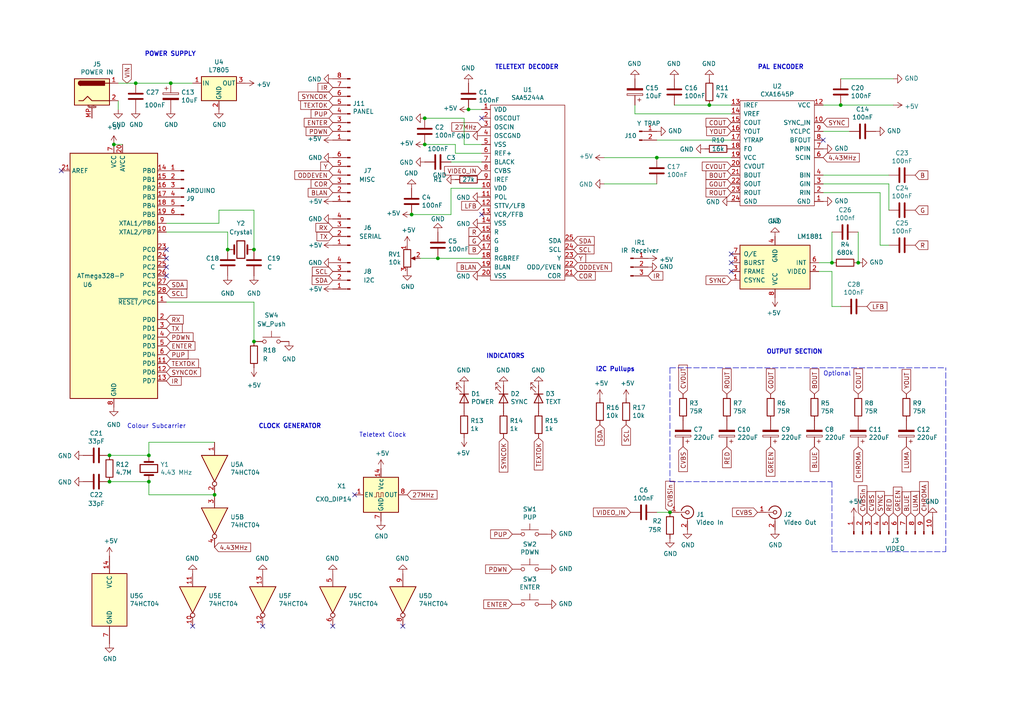
<source format=kicad_sch>
(kicad_sch (version 20211123) (generator eeschema)
  (paper "A4")
  (title_block (title "Teletext In-Vision Decoder") (date "2020-04-27") (rev "5") (company "Nathan Media Services") (comment 1 "Designed by Nathan Dane"))
  (lib_symbols
    (symbol "74xx:74HCT04"
      (property "Reference" "U" (at 0 1.27 0))
      (property "Value" "74HCT04" (at 0 -1.27 0))
      (symbol "74HCT04_1_0"
        (pin input line (at -7.62 0 0) (length 3.81) (name "~") (number "1"))
        (pin output inverted (at 7.62 0 180) (length 3.81) (name "~") (number "2"))
      )
      (symbol "74HCT04_2_0"
        (pin input line (at -7.62 0 0) (length 3.81) (name "~") (number "3"))
        (pin output inverted (at 7.62 0 180) (length 3.81) (name "~") (number "4"))
      )
      (symbol "74HCT04_3_0"
        (pin input line (at -7.62 0 0) (length 3.81) (name "~") (number "5"))
        (pin output inverted (at 7.62 0 180) (length 3.81) (name "~") (number "6"))
      )
      (symbol "74HCT04_4_0"
        (pin output inverted (at 7.62 0 180) (length 3.81) (name "~") (number "8"))
        (pin input line (at -7.62 0 0) (length 3.81) (name "~") (number "9"))
      )
      (symbol "74HCT04_5_0"
        (pin output inverted (at 7.62 0 180) (length 3.81) (name "~") (number "10"))
        (pin input line (at -7.62 0 0) (length 3.81) (name "~") (number "11"))
      )
      (symbol "74HCT04_6_0"
        (pin output inverted (at 7.62 0 180) (length 3.81) (name "~") (number "12"))
        (pin input line (at -7.62 0 0) (length 3.81) (name "~") (number "13"))
      )
      (symbol "74HCT04_7_0"
        (pin power_in line (at 0 12.7 270) (length 5.08) (name "VCC") (number "14"))
        (pin power_in line (at 0 -12.7 90) (length 5.08) (name "GND") (number "7"))
      )
    )
    (symbol "Connector:Barrel_Jack_MountingPin" (pin_names hide)
      (property "Reference" "J" (at 0 5.334 0))
      (property "Value" "Barrel_Jack_MountingPin" (at 1.27 -6.35 0))
      (symbol "Barrel_Jack_MountingPin_1_1"
        (text "Mounting" (at 0 -4.191 0) (effects (font (size 0.381 0.381))))
        (pin passive line (at 7.62 2.54 180) (length 2.54) (name "~") (number "1"))
        (pin passive line (at 7.62 -2.54 180) (length 2.54) (name "~") (number "2"))
        (pin passive line (at 0 -7.62 90) (length 3.048) (name "MountPin") (number "MP"))
      )
    )
    (symbol "Connector:Conn_01x02_Male" (pin_names (offset 1.016) hide)
      (property "Reference" "J" (at 0 2.54 0))
      (property "Value" "Conn_01x02_Male" (at 0 -5.08 0))
      (symbol "Conn_01x02_Male_1_1"
        (pin passive line (at 5.08 0 180) (length 3.81) (name "Pin_1") (number "1"))
        (pin passive line (at 5.08 -2.54 180) (length 3.81) (name "Pin_2") (number "2"))
      )
    )
    (symbol "Connector:Conn_01x03_Male" (pin_names (offset 1.016) hide)
      (property "Reference" "J" (at 0 5.08 0))
      (property "Value" "Conn_01x03_Male" (at 0 -5.08 0))
      (symbol "Conn_01x03_Male_1_1"
        (pin passive line (at 5.08 2.54 180) (length 3.81) (name "Pin_1") (number "1"))
        (pin passive line (at 5.08 0 180) (length 3.81) (name "Pin_2") (number "2"))
        (pin passive line (at 5.08 -2.54 180) (length 3.81) (name "Pin_3") (number "3"))
      )
    )
    (symbol "Connector:Conn_01x04_Male" (pin_names (offset 1.016) hide)
      (property "Reference" "J" (at 0 5.08 0))
      (property "Value" "Conn_01x04_Male" (at 0 -7.62 0))
      (symbol "Conn_01x04_Male_1_1"
        (pin passive line (at 5.08 2.54 180) (length 3.81) (name "Pin_1") (number "1"))
        (pin passive line (at 5.08 0 180) (length 3.81) (name "Pin_2") (number "2"))
        (pin passive line (at 5.08 -2.54 180) (length 3.81) (name "Pin_3") (number "3"))
        (pin passive line (at 5.08 -5.08 180) (length 3.81) (name "Pin_4") (number "4"))
      )
    )
    (symbol "Connector:Conn_01x06_Male" (pin_names (offset 1.016) hide)
      (property "Reference" "J" (at 0 7.62 0))
      (property "Value" "Conn_01x06_Male" (at 0 -10.16 0))
      (symbol "Conn_01x06_Male_1_1"
        (pin passive line (at 5.08 5.08 180) (length 3.81) (name "Pin_1") (number "1"))
        (pin passive line (at 5.08 2.54 180) (length 3.81) (name "Pin_2") (number "2"))
        (pin passive line (at 5.08 0 180) (length 3.81) (name "Pin_3") (number "3"))
        (pin passive line (at 5.08 -2.54 180) (length 3.81) (name "Pin_4") (number "4"))
        (pin passive line (at 5.08 -5.08 180) (length 3.81) (name "Pin_5") (number "5"))
        (pin passive line (at 5.08 -7.62 180) (length 3.81) (name "Pin_6") (number "6"))
      )
    )
    (symbol "Connector:Conn_01x08_Male" (pin_names (offset 1.016) hide)
      (property "Reference" "J" (at 0 10.16 0))
      (property "Value" "Conn_01x08_Male" (at 0 -12.7 0))
      (symbol "Conn_01x08_Male_1_1"
        (pin passive line (at 5.08 7.62 180) (length 3.81) (name "Pin_1") (number "1"))
        (pin passive line (at 5.08 5.08 180) (length 3.81) (name "Pin_2") (number "2"))
        (pin passive line (at 5.08 2.54 180) (length 3.81) (name "Pin_3") (number "3"))
        (pin passive line (at 5.08 0 180) (length 3.81) (name "Pin_4") (number "4"))
        (pin passive line (at 5.08 -2.54 180) (length 3.81) (name "Pin_5") (number "5"))
        (pin passive line (at 5.08 -5.08 180) (length 3.81) (name "Pin_6") (number "6"))
        (pin passive line (at 5.08 -7.62 180) (length 3.81) (name "Pin_7") (number "7"))
        (pin passive line (at 5.08 -10.16 180) (length 3.81) (name "Pin_8") (number "8"))
      )
    )
    (symbol "Connector:Conn_01x10_Male" (pin_names (offset 1.016) hide)
      (property "Reference" "J" (at 0 12.7 0))
      (property "Value" "Conn_01x10_Male" (at 0 -15.24 0))
      (symbol "Conn_01x10_Male_1_1"
        (pin passive line (at 5.08 10.16 180) (length 3.81) (name "Pin_1") (number "1"))
        (pin passive line (at 5.08 -12.7 180) (length 3.81) (name "Pin_10") (number "10"))
        (pin passive line (at 5.08 7.62 180) (length 3.81) (name "Pin_2") (number "2"))
        (pin passive line (at 5.08 5.08 180) (length 3.81) (name "Pin_3") (number "3"))
        (pin passive line (at 5.08 2.54 180) (length 3.81) (name "Pin_4") (number "4"))
        (pin passive line (at 5.08 0 180) (length 3.81) (name "Pin_5") (number "5"))
        (pin passive line (at 5.08 -2.54 180) (length 3.81) (name "Pin_6") (number "6"))
        (pin passive line (at 5.08 -5.08 180) (length 3.81) (name "Pin_7") (number "7"))
        (pin passive line (at 5.08 -7.62 180) (length 3.81) (name "Pin_8") (number "8"))
        (pin passive line (at 5.08 -10.16 180) (length 3.81) (name "Pin_9") (number "9"))
      )
    )
    (symbol "Connector:Conn_Coaxial" (pin_names (offset 1.016) hide)
      (property "Reference" "J" (at 0.254 3.048 0))
      (property "Value" "Conn_Coaxial" (at 2.921 0 90))
      (symbol "Conn_Coaxial_1_1"
        (pin passive line (at -5.08 0 0) (length 2.54) (name "In") (number "1"))
        (pin passive line (at 0 -5.08 90) (length 2.54) (name "Ext") (number "2"))
      )
    )
    (symbol "Device:C" (pin_numbers hide) (pin_names (offset 0.254))
      (property "Reference" "C" (at 0.635 2.54 0))
      (property "Value" "C" (at 0.635 -2.54 0))
      (symbol "C_1_1"
        (pin passive line (at 0 3.81 270) (length 2.794) (name "~") (number "1"))
        (pin passive line (at 0 -3.81 90) (length 2.794) (name "~") (number "2"))
      )
    )
    (symbol "Device:Crystal" (pin_numbers hide) (pin_names (offset 1.016) hide)
      (property "Reference" "Y" (at 0 3.81 0))
      (property "Value" "Crystal" (at 0 -3.81 0))
      (symbol "Crystal_1_1"
        (pin passive line (at -3.81 0 0) (length 1.27) (name "1") (number "1"))
        (pin passive line (at 3.81 0 180) (length 1.27) (name "2") (number "2"))
      )
    )
    (symbol "Device:LED" (pin_numbers hide) (pin_names (offset 1.016) hide)
      (property "Reference" "D" (at 0 2.54 0))
      (property "Value" "LED" (at 0 -2.54 0))
      (symbol "LED_1_1"
        (pin passive line (at -3.81 0 0) (length 2.54) (name "K") (number "1"))
        (pin passive line (at 3.81 0 180) (length 2.54) (name "A") (number "2"))
      )
    )
    (symbol "Device:R" (pin_numbers hide) (pin_names (offset 0))
      (property "Reference" "R" (at 2.032 0 90))
      (property "Value" "R" (at 0 0 90))
      (symbol "R_1_1"
        (pin passive line (at 0 3.81 270) (length 1.27) (name "~") (number "1"))
        (pin passive line (at 0 -3.81 90) (length 1.27) (name "~") (number "2"))
      )
    )
    (symbol "MCU_Microchip_ATmega:ATmega328-P"
      (property "Reference" "U" (at -12.7 36.83 0))
      (property "Value" "ATmega328-P" (at 2.54 -36.83 0))
      (symbol "ATmega328-P_1_1"
        (pin bidirectional line (at 15.24 -7.62 180) (length 2.54) (name "~{RESET}/PC6") (number "1"))
        (pin bidirectional line (at 15.24 12.7 180) (length 2.54) (name "XTAL2/PB7") (number "10"))
        (pin bidirectional line (at 15.24 -25.4 180) (length 2.54) (name "PD5") (number "11"))
        (pin bidirectional line (at 15.24 -27.94 180) (length 2.54) (name "PD6") (number "12"))
        (pin bidirectional line (at 15.24 -30.48 180) (length 2.54) (name "PD7") (number "13"))
        (pin bidirectional line (at 15.24 30.48 180) (length 2.54) (name "PB0") (number "14"))
        (pin bidirectional line (at 15.24 27.94 180) (length 2.54) (name "PB1") (number "15"))
        (pin bidirectional line (at 15.24 25.4 180) (length 2.54) (name "PB2") (number "16"))
        (pin bidirectional line (at 15.24 22.86 180) (length 2.54) (name "PB3") (number "17"))
        (pin bidirectional line (at 15.24 20.32 180) (length 2.54) (name "PB4") (number "18"))
        (pin bidirectional line (at 15.24 17.78 180) (length 2.54) (name "PB5") (number "19"))
        (pin bidirectional line (at 15.24 -12.7 180) (length 2.54) (name "PD0") (number "2"))
        (pin power_in line (at 2.54 38.1 270) (length 2.54) (name "AVCC") (number "20"))
        (pin passive line (at -15.24 30.48 0) (length 2.54) (name "AREF") (number "21"))
        (pin passive line (at 0 -38.1 90) (length 2.54) hide (name "GND") (number "22"))
        (pin bidirectional line (at 15.24 7.62 180) (length 2.54) (name "PC0") (number "23"))
        (pin bidirectional line (at 15.24 5.08 180) (length 2.54) (name "PC1") (number "24"))
        (pin bidirectional line (at 15.24 2.54 180) (length 2.54) (name "PC2") (number "25"))
        (pin bidirectional line (at 15.24 0 180) (length 2.54) (name "PC3") (number "26"))
        (pin bidirectional line (at 15.24 -2.54 180) (length 2.54) (name "PC4") (number "27"))
        (pin bidirectional line (at 15.24 -5.08 180) (length 2.54) (name "PC5") (number "28"))
        (pin bidirectional line (at 15.24 -15.24 180) (length 2.54) (name "PD1") (number "3"))
        (pin bidirectional line (at 15.24 -17.78 180) (length 2.54) (name "PD2") (number "4"))
        (pin bidirectional line (at 15.24 -20.32 180) (length 2.54) (name "PD3") (number "5"))
        (pin bidirectional line (at 15.24 -22.86 180) (length 2.54) (name "PD4") (number "6"))
        (pin power_in line (at 0 38.1 270) (length 2.54) (name "VCC") (number "7"))
        (pin power_in line (at 0 -38.1 90) (length 2.54) (name "GND") (number "8"))
        (pin bidirectional line (at 15.24 15.24 180) (length 2.54) (name "XTAL1/PB6") (number "9"))
      )
    )
    (symbol "Oscillator:CXO_DIP14" (pin_names (offset 0.254))
      (property "Reference" "X" (at -5.08 6.35 0))
      (property "Value" "CXO_DIP14" (at 1.27 -6.35 0))
      (symbol "CXO_DIP14_1_1"
        (pin input line (at -7.62 0 0) (length 2.54) (name "EN") (number "1"))
        (pin power_in line (at 0 7.62 270) (length 2.54) (name "Vcc") (number "14"))
        (pin power_in line (at 0 -7.62 90) (length 2.54) (name "GND") (number "7"))
        (pin output line (at 7.62 0 180) (length 2.54) (name "OUT") (number "8"))
      )
    )
    (symbol "Regulator_Linear:L7805" (pin_names (offset 0.254))
      (property "Reference" "U" (at -3.81 3.175 0))
      (property "Value" "L7805" (at 0 3.175 0))
      (symbol "L7805_1_1"
        (pin power_in line (at -7.62 0 0) (length 2.54) (name "IN") (number "1"))
        (pin power_in line (at 0 -7.62 90) (length 2.54) (name "GND") (number "2"))
        (pin power_out line (at 7.62 0 180) (length 2.54) (name "OUT") (number "3"))
      )
    )
    (symbol "Switch:SW_Push" (pin_numbers hide) (pin_names (offset 1.016) hide)
      (property "Reference" "SW" (at 1.27 2.54 0))
      (property "Value" "SW_Push" (at 0 -1.524 0))
      (symbol "SW_Push_0_1"
        (pin passive line (at -5.08 0 0) (length 2.54) (name "1") (number "1"))
        (pin passive line (at 5.08 0 180) (length 2.54) (name "2") (number "2"))
      )
    )
    (symbol "Teletext-In-Vision-Decoder-rescue:CP-Device" (pin_numbers hide) (pin_names (offset 0.254))
      (property "Reference" "C" (at 0.635 2.54 0))
      (property "Value" "CP-Device" (at 0.635 -2.54 0))
      (symbol "CP-Device_1_1"
        (pin passive line (at 0 3.81 270) (length 2.794) (name "~") (number "1"))
        (pin passive line (at 0 -3.81 90) (length 2.794) (name "~") (number "2"))
      )
    )
    (symbol "Teletext-In-Vision-Decoder-rescue:CXA1645P-Custom" (pin_names (offset 1.016))
      (property "Reference" "U" (at 0 2.54 0))
      (property "Value" "CXA1645P-Custom" (at 0 -1.27 0))
      (symbol "CXA1645P-Custom_1_1"
        (pin passive line (at -13.97 13.97 0) (length 2.54) (name "GND") (number "1"))
        (pin input line (at -13.97 -8.89 0) (length 2.54) (name "SYNC_IN") (number "10"))
        (pin power_in line (at -13.97 -13.97 0) (length 2.54) (name "VCC") (number "12"))
        (pin output line (at 12.7 -13.97 180) (length 2.54) (name "IREF") (number "13"))
        (pin input line (at 12.7 -11.43 180) (length 2.54) (name "VREF") (number "14"))
        (pin output line (at 12.7 -8.89 180) (length 2.54) (name "COUT") (number "15"))
        (pin output line (at 12.7 -6.35 180) (length 2.54) (name "YOUT") (number "16"))
        (pin output line (at 12.7 -3.81 180) (length 2.54) (name "YTRAP") (number "17"))
        (pin output line (at 12.7 -1.27 180) (length 2.54) (name "FO") (number "18"))
        (pin power_in line (at 12.7 1.27 180) (length 2.54) (name "VCC") (number "19"))
        (pin input line (at -13.97 11.43 0) (length 2.54) (name "RIN") (number "2"))
        (pin output line (at 12.7 3.81 180) (length 2.54) (name "CVOUT") (number "20"))
        (pin output line (at 12.7 6.35 180) (length 2.54) (name "BOUT") (number "21"))
        (pin output line (at 12.7 8.89 180) (length 2.54) (name "GOUT") (number "22"))
        (pin output line (at 12.7 11.43 180) (length 2.54) (name "ROUT") (number "23"))
        (pin passive line (at 12.7 13.97 180) (length 2.54) (name "GND") (number "24"))
        (pin input line (at -13.97 8.89 0) (length 2.54) (name "GIN") (number "3"))
        (pin input line (at -13.97 6.35 0) (length 2.54) (name "BIN") (number "4"))
        (pin input line (at -13.97 1.27 0) (length 2.54) (name "SCIN") (number "6"))
        (pin input line (at -13.97 -1.27 0) (length 2.54) (name "NPIN") (number "7"))
        (pin output line (at -13.97 -3.81 0) (length 2.54) (name "BFOUT") (number "8"))
        (pin input line (at -13.97 -6.35 0) (length 2.54) (name "YCLPC") (number "9"))
      )
    )
    (symbol "Teletext-In-Vision-Decoder-rescue:R_POT-Device" (pin_names (offset 1.016) hide)
      (property "Reference" "RV" (at -4.445 0 90))
      (property "Value" "R_POT-Device" (at -2.54 0 90))
      (symbol "R_POT-Device_1_1"
        (pin passive line (at 0 3.81 270) (length 1.27) (name "1") (number "1"))
        (pin passive line (at 3.81 0 180) (length 1.27) (name "2") (number "2"))
        (pin passive line (at 0 -3.81 90) (length 1.27) (name "3") (number "3"))
      )
    )
    (symbol "Teletext-In-Vision-Decoder-rescue:SAA5244A-Custom" (pin_names (offset 1.016))
      (property "Reference" "U" (at 0 0 0))
      (property "Value" "SAA5244A-Custom" (at 0 -2.54 0))
      (symbol "SAA5244A-Custom_1_1"
        (pin power_in line (at -13.97 22.86 0) (length 2.54) (name "VDD") (number "1"))
        (pin input line (at -13.97 0 0) (length 2.54) (name "VDD") (number "10"))
        (pin input line (at -13.97 -2.54 0) (length 2.54) (name "POL") (number "11"))
        (pin bidirectional line (at -13.97 -5.08 0) (length 2.54) (name "STTV/LFB") (number "12"))
        (pin bidirectional line (at -13.97 -7.62 0) (length 2.54) (name "VCR/FFB") (number "13"))
        (pin passive line (at -13.97 -10.16 0) (length 2.54) (name "VSS") (number "14"))
        (pin output line (at -13.97 -12.7 0) (length 2.54) (name "R") (number "15"))
        (pin output line (at -13.97 -15.24 0) (length 2.54) (name "G") (number "16"))
        (pin output line (at -13.97 -17.78 0) (length 2.54) (name "B") (number "17"))
        (pin input line (at -13.97 -20.32 0) (length 2.54) (name "RGBREF") (number "18"))
        (pin output line (at -13.97 -22.86 0) (length 2.54) (name "BLAN") (number "19"))
        (pin output line (at -13.97 20.32 0) (length 2.54) (name "OSCOUT") (number "2"))
        (pin passive line (at -13.97 -25.4 0) (length 2.54) (name "VSS") (number "20"))
        (pin output line (at 12.7 -25.4 180) (length 2.54) (name "COR") (number "21"))
        (pin output line (at 12.7 -22.86 180) (length 2.54) (name "ODD/EVEN") (number "22"))
        (pin output line (at 12.7 -20.32 180) (length 2.54) (name "Y") (number "23"))
        (pin input line (at 12.7 -17.78 180) (length 2.54) (name "SCL") (number "24"))
        (pin bidirectional line (at 12.7 -15.24 180) (length 2.54) (name "SDA") (number "25"))
        (pin input line (at -13.97 17.78 0) (length 2.54) (name "OSCIN") (number "3"))
        (pin passive line (at -13.97 15.24 0) (length 2.54) (name "OSCGND") (number "4"))
        (pin passive line (at -13.97 12.7 0) (length 2.54) (name "VSS") (number "5"))
        (pin input line (at -13.97 10.16 0) (length 2.54) (name "REF+") (number "6"))
        (pin output line (at -13.97 7.62 0) (length 2.54) (name "BLACK") (number "7"))
        (pin input line (at -13.97 5.08 0) (length 2.54) (name "CVBS") (number "8"))
        (pin output line (at -13.97 2.54 0) (length 2.54) (name "IREF") (number "9"))
      )
    )
    (symbol "Video:LM1881" (pin_names (offset 1.016))
      (property "Reference" "U" (at -8.89 8.89 0))
      (property "Value" "LM1881" (at 6.35 8.89 0))
      (symbol "LM1881_1_1"
        (pin output line (at 12.7 5.08 180) (length 2.54) (name "CSYNC") (number "1"))
        (pin input line (at -12.7 2.54 0) (length 2.54) (name "VIDEO") (number "2"))
        (pin output line (at 12.7 2.54 180) (length 2.54) (name "FRAME") (number "3"))
        (pin power_in line (at 0 -7.62 90) (length 2.54) (name "GND") (number "4"))
        (pin output line (at 12.7 0 180) (length 2.54) (name "BURST") (number "5"))
        (pin input line (at -12.7 0 0) (length 2.54) (name "INT") (number "6"))
        (pin output line (at 12.7 -2.54 180) (length 2.54) (name "O/E") (number "7"))
        (pin power_in line (at 0 10.16 270) (length 2.54) (name "VCC") (number "8"))
      )
    )
    (symbol "power:+5V" (power) (pin_names (offset 0))
      (property "Value" "+5V" (at 0 3.556 0))
      (symbol "+5V_1_1"
        (pin power_in line (at 0 0 90) (length 0) hide (name "+5V") (number "1"))
      )
    )
    (symbol "power:GND" (power) (pin_names (offset 0))
      (property "Value" "GND" (at 0 -3.81 0))
      (symbol "GND_1_1"
        (pin power_in line (at 0 0 270) (length 0) hide (name "GND") (number "1"))
      )
    )
  )
  (junction (at 119.38 62.23))
  (junction (at 43.18 132.08))
  (junction (at 194.31 148.59))
  (junction (at 190.5 45.72))
  (junction (at 66.04 72.39))
  (junction (at 241.3 76.2))
  (junction (at 123.19 34.29))
  (junction (at 39.37 24.13))
  (junction (at 123.19 41.91))
  (junction (at 205.74 30.48))
  (junction (at 49.53 24.13))
  (junction (at 43.18 139.7))
  (junction (at 62.23 143.51))
  (junction (at 33.02 41.91))
  (junction (at 73.66 99.06))
  (junction (at 31.75 132.08))
  (junction (at 243.84 30.48))
  (junction (at 31.75 139.7))
  (junction (at 135.89 31.75))
  (junction (at 127 74.93))
  (junction (at 248.92 76.2))
  (junction (at 73.66 72.39))
  (no_connect (at 238.76 40.64))
  (no_connect (at 212.09 73.66))
  (no_connect (at 102.87 143.51))
  (no_connect (at 17.78 49.53))
  (no_connect (at 212.09 78.74))
  (no_connect (at 139.7 62.23))
  (no_connect (at 96.52 181.61))
  (no_connect (at 76.2 181.61))
  (no_connect (at 212.09 76.2))
  (no_connect (at 116.84 181.61))
  (no_connect (at 55.88 181.61))
  (no_connect (at 139.7 34.29))
  (no_connect (at 48.26 72.39))
  (no_connect (at 48.26 74.93))
  (no_connect (at 48.26 77.47))
  (no_connect (at 48.26 80.01))
  (wire (pts (xy 49.53 24.13) (xy 55.88 24.13)))
  (wire (pts (xy 184.15 33.02) (xy 184.15 30.48)))
  (wire (pts (xy 119.38 62.23) (xy 130.81 62.23)))
  (wire (pts (xy 241.3 76.2) (xy 237.49 76.2)))
  (wire (pts (xy 248.92 67.31) (xy 248.92 76.2)))
  (wire (pts (xy 130.81 46.99) (xy 139.7 46.99)))
  (wire (pts (xy 212.09 40.64) (xy 190.5 40.64)))
  (wire (pts (xy 31.75 132.08) (xy 43.18 132.08)))
  (wire (pts (xy 135.89 31.75) (xy 139.7 31.75)))
  (wire (pts (xy 255.27 55.88) (xy 255.27 71.12)))
  (wire (pts (xy 43.18 132.08) (xy 43.18 128.27)))
  (wire (pts (xy 33.02 41.91) (xy 35.56 41.91)))
  (wire (pts (xy 237.49 78.74) (xy 241.3 78.74)))
  (wire (pts (xy 243.84 22.86) (xy 259.08 22.86)))
  (wire (pts (xy 63.5 60.96) (xy 73.66 60.96)))
  (wire (pts (xy 175.26 53.34) (xy 190.5 53.34)))
  (wire (pts (xy 130.81 62.23) (xy 130.81 54.61)))
  (wire (pts (xy 257.81 53.34) (xy 257.81 60.96)))
  (wire (pts (xy 212.09 33.02) (xy 184.15 33.02)))
  (wire (pts (xy 134.62 41.91) (xy 139.7 41.91)))
  (wire (pts (xy 238.76 55.88) (xy 255.27 55.88)))
  (wire (pts (xy 195.58 30.48) (xy 205.74 30.48)))
  (wire (pts (xy 241.3 76.2) (xy 241.3 67.31)))
  (wire (pts (xy 127 74.93) (xy 139.7 74.93)))
  (polyline (pts (xy 194.31 106.68) (xy 274.32 106.68)))
  (wire (pts (xy 43.18 143.51) (xy 62.23 143.51)))
  (wire (pts (xy 34.29 29.21) (xy 34.29 31.75)))
  (wire (pts (xy 39.37 24.13) (xy 49.53 24.13)))
  (wire (pts (xy 134.62 34.29) (xy 134.62 41.91)))
  (wire (pts (xy 43.18 128.27) (xy 62.23 128.27)))
  (wire (pts (xy 73.66 60.96) (xy 73.66 72.39)))
  (wire (pts (xy 34.29 24.13) (xy 39.37 24.13)))
  (wire (pts (xy 66.04 67.31) (xy 48.26 67.31)))
  (polyline (pts (xy 241.3 160.02) (xy 274.32 160.02)))
  (wire (pts (xy 190.5 148.59) (xy 194.31 148.59)))
  (wire (pts (xy 238.76 38.1) (xy 246.38 38.1)))
  (polyline (pts (xy 274.32 160.02) (xy 274.32 106.68)))
  (wire (pts (xy 212.09 45.72) (xy 190.5 45.72)))
  (wire (pts (xy 175.26 45.72) (xy 190.5 45.72)))
  (wire (pts (xy 43.18 139.7) (xy 43.18 143.51)))
  (wire (pts (xy 66.04 72.39) (xy 66.04 67.31)))
  (wire (pts (xy 63.5 64.77) (xy 63.5 60.96)))
  (wire (pts (xy 73.66 87.63) (xy 73.66 99.06)))
  (polyline (pts (xy 194.31 106.68) (xy 194.31 139.7)))
  (wire (pts (xy 255.27 71.12) (xy 257.81 71.12)))
  (wire (pts (xy 205.74 30.48) (xy 212.09 30.48)))
  (wire (pts (xy 130.81 54.61) (xy 139.7 54.61)))
  (wire (pts (xy 238.76 50.8) (xy 257.81 50.8)))
  (wire (pts (xy 123.19 41.91) (xy 132.08 41.91)))
  (wire (pts (xy 243.84 30.48) (xy 259.08 30.48)))
  (wire (pts (xy 48.26 87.63) (xy 73.66 87.63)))
  (wire (pts (xy 241.3 78.74) (xy 241.3 88.9)))
  (wire (pts (xy 238.76 30.48) (xy 243.84 30.48)))
  (wire (pts (xy 241.3 88.9) (xy 243.84 88.9)))
  (wire (pts (xy 121.92 74.93) (xy 127 74.93)))
  (polyline (pts (xy 194.31 139.7) (xy 241.3 139.7)))
  (wire (pts (xy 132.08 41.91) (xy 132.08 44.45)))
  (wire (pts (xy 48.26 64.77) (xy 63.5 64.77)))
  (wire (pts (xy 123.19 34.29) (xy 134.62 34.29)))
  (wire (pts (xy 31.75 139.7) (xy 43.18 139.7)))
  (wire (pts (xy 132.08 44.45) (xy 139.7 44.45)))
  (polyline (pts (xy 241.3 139.7) (xy 241.3 160.02)))
  (wire (pts (xy 238.76 53.34) (xy 257.81 53.34)))
  (text "INDICATORS" (at 140.97 104.14 0) (effects (font (size 1.27 1.27) (thickness 0.254) bold) (justify left bottom)))
  (text "Colour Subcarrier" (at 36.83 124.46 0) (effects (font (size 1.27 1.27)) (justify left bottom)))
  (text "POWER SUPPLY" (at 41.91 16.51 0) (effects (font (size 1.27 1.27) (thickness 0.254) bold) (justify left bottom)))
  (text "Optional\n" (at 238.76 109.22 0) (effects (font (size 1.27 1.27)) (justify left bottom)))
  (text "PAL ENCODER" (at 219.71 20.32 0) (effects (font (size 1.27 1.27) (thickness 0.254) bold) (justify left bottom)))
  (text "CLOCK GENERATOR" (at 74.93 124.46 0) (effects (font (size 1.27 1.27) (thickness 0.254) bold) (justify left bottom)))
  (text "I2C Pullups" (at 172.72 107.95 0) (effects (font (size 1.27 1.27) (thickness 0.254) bold) (justify left bottom)))
  (text "Teletext Clock" (at 104.14 127 0) (effects (font (size 1.27 1.27)) (justify left bottom)))
  (text "TELETEXT DECODER" (at 143.51 20.32 0) (effects (font (size 1.27 1.27) (thickness 0.254) bold) (justify left bottom)))
  (text "OUTPUT SECTION" (at 222.25 102.87 0) (effects (font (size 1.27 1.27) (thickness 0.254) bold) (justify left bottom)))
  (global_label "LFB" (shape input) (at 251.46 88.9 0) (property "Intersheet References" "${INTERSHEET_REFS}" (effects hide)))
  (global_label "COR" (shape input) (at 166.37 80.01 0) (property "Intersheet References" "${INTERSHEET_REFS}" (effects hide)))
  (global_label "4.43MHz" (shape input) (at 62.23 158.75 0) (property "Intersheet References" "${INTERSHEET_REFS}" (effects hide)))
  (global_label "SCL" (shape input) (at 181.61 123.19 270) (property "Intersheet References" "${INTERSHEET_REFS}" (effects hide)))
  (global_label "RED" (shape input) (at 257.81 149.86 90) (property "Intersheet References" "${INTERSHEET_REFS}" (effects hide)))
  (global_label "BLAN" (shape input) (at 96.52 55.88 180) (property "Intersheet References" "${INTERSHEET_REFS}" (effects hide)))
  (global_label "BLAN" (shape input) (at 139.7 77.47 180) (property "Intersheet References" "${INTERSHEET_REFS}" (effects hide)))
  (global_label "GREEN" (shape input) (at 223.52 129.54 270) (property "Intersheet References" "${INTERSHEET_REFS}" (effects hide)))
  (global_label "RX" (shape input) (at 48.26 92.71 0) (property "Intersheet References" "${INTERSHEET_REFS}" (effects hide)))
  (global_label "GREEN" (shape input) (at 260.35 149.86 90) (property "Intersheet References" "${INTERSHEET_REFS}" (effects hide)))
  (global_label "SDA" (shape input) (at 96.52 81.28 180) (property "Intersheet References" "${INTERSHEET_REFS}" (effects hide)))
  (global_label "TEXTOK" (shape input) (at 96.52 30.48 180) (property "Intersheet References" "${INTERSHEET_REFS}" (effects hide)))
  (global_label "CVBS" (shape input) (at 198.12 129.54 270) (property "Intersheet References" "${INTERSHEET_REFS}" (effects hide)))
  (global_label "SYNC" (shape input) (at 212.09 81.28 180) (property "Intersheet References" "${INTERSHEET_REFS}" (effects hide)))
  (global_label "ROUT" (shape input) (at 212.09 55.88 180) (property "Intersheet References" "${INTERSHEET_REFS}" (effects hide)))
  (global_label "27MHz" (shape input) (at 118.11 143.51 0) (property "Intersheet References" "${INTERSHEET_REFS}" (effects hide)))
  (global_label "PUP" (shape input) (at 96.52 33.02 180) (property "Intersheet References" "${INTERSHEET_REFS}" (effects hide)))
  (global_label "Y" (shape input) (at 96.52 48.26 180) (property "Intersheet References" "${INTERSHEET_REFS}" (effects hide)))
  (global_label "VIDEO_IN" (shape input) (at 182.88 148.59 180) (property "Intersheet References" "${INTERSHEET_REFS}" (effects hide)))
  (global_label "ODDEVEN" (shape input) (at 166.37 77.47 0) (property "Intersheet References" "${INTERSHEET_REFS}" (effects hide)))
  (global_label "SYNCOK" (shape input) (at 48.26 107.95 0) (property "Intersheet References" "${INTERSHEET_REFS}" (effects hide)))
  (global_label "CVBSin" (shape input) (at 250.19 149.86 90) (property "Intersheet References" "${INTERSHEET_REFS}" (effects hide)))
  (global_label "RED" (shape input) (at 210.82 129.54 270) (property "Intersheet References" "${INTERSHEET_REFS}" (effects hide)))
  (global_label "R" (shape input) (at 139.7 67.31 180) (property "Intersheet References" "${INTERSHEET_REFS}" (effects hide)))
  (global_label "RX" (shape input) (at 96.52 66.04 180) (property "Intersheet References" "${INTERSHEET_REFS}" (effects hide)))
  (global_label "27MHz" (shape input) (at 139.7 36.83 180) (property "Intersheet References" "${INTERSHEET_REFS}" (effects hide)))
  (global_label "TEXTOK" (shape input) (at 156.21 127 270) (property "Intersheet References" "${INTERSHEET_REFS}" (effects hide)))
  (global_label "ENTER" (shape input) (at 148.59 175.26 180) (property "Intersheet References" "${INTERSHEET_REFS}" (effects hide)))
  (global_label "CVOUT" (shape input) (at 212.09 48.26 180) (property "Intersheet References" "${INTERSHEET_REFS}" (effects hide)))
  (global_label "CVBS" (shape input) (at 219.71 148.59 180) (property "Intersheet References" "${INTERSHEET_REFS}" (effects hide)))
  (global_label "ENTER" (shape input) (at 96.52 35.56 180) (property "Intersheet References" "${INTERSHEET_REFS}" (effects hide)))
  (global_label "SCL" (shape input) (at 166.37 72.39 0) (property "Intersheet References" "${INTERSHEET_REFS}" (effects hide)))
  (global_label "PUP" (shape input) (at 48.26 102.87 0) (property "Intersheet References" "${INTERSHEET_REFS}" (effects hide)))
  (global_label "G" (shape input) (at 265.43 60.96 0) (property "Intersheet References" "${INTERSHEET_REFS}" (effects hide)))
  (global_label "IR" (shape input) (at 187.96 80.01 0) (property "Intersheet References" "${INTERSHEET_REFS}" (effects hide)))
  (global_label "GOUT" (shape input) (at 212.09 53.34 180) (property "Intersheet References" "${INTERSHEET_REFS}" (effects hide)))
  (global_label "BOUT" (shape input) (at 212.09 50.8 180) (property "Intersheet References" "${INTERSHEET_REFS}" (effects hide)))
  (global_label "IR" (shape input) (at 96.52 25.4 180) (property "Intersheet References" "${INTERSHEET_REFS}" (effects hide)))
  (global_label "CVOUT" (shape input) (at 198.12 114.3 90) (property "Intersheet References" "${INTERSHEET_REFS}" (effects hide)))
  (global_label "4.43MHz" (shape input) (at 238.76 45.72 0) (property "Intersheet References" "${INTERSHEET_REFS}" (effects hide)))
  (global_label "YOUT" (shape input) (at 262.89 114.3 90) (property "Intersheet References" "${INTERSHEET_REFS}" (effects hide)))
  (global_label "ROUT" (shape input) (at 210.82 114.3 90) (property "Intersheet References" "${INTERSHEET_REFS}" (effects hide)))
  (global_label "ODDEVEN" (shape input) (at 96.52 50.8 180) (property "Intersheet References" "${INTERSHEET_REFS}" (effects hide)))
  (global_label "SDA" (shape input) (at 166.37 69.85 0) (property "Intersheet References" "${INTERSHEET_REFS}" (effects hide)))
  (global_label "Y" (shape input) (at 166.37 74.93 0) (property "Intersheet References" "${INTERSHEET_REFS}" (effects hide)))
  (global_label "LUMA" (shape input) (at 265.43 149.86 90) (property "Intersheet References" "${INTERSHEET_REFS}" (effects hide)))
  (global_label "COR" (shape input) (at 96.52 53.34 180) (property "Intersheet References" "${INTERSHEET_REFS}" (effects hide)))
  (global_label "COUT" (shape input) (at 248.92 114.3 90) (property "Intersheet References" "${INTERSHEET_REFS}" (effects hide)))
  (global_label "LFB" (shape input) (at 139.7 59.69 180) (property "Intersheet References" "${INTERSHEET_REFS}" (effects hide)))
  (global_label "SYNCOK" (shape input) (at 146.05 127 270) (property "Intersheet References" "${INTERSHEET_REFS}" (effects hide)))
  (global_label "SCL" (shape input) (at 96.52 78.74 180) (property "Intersheet References" "${INTERSHEET_REFS}" (effects hide)))
  (global_label "ENTER" (shape input) (at 48.26 100.33 0) (property "Intersheet References" "${INTERSHEET_REFS}" (effects hide)))
  (global_label "CVBS" (shape input) (at 252.73 149.86 90) (property "Intersheet References" "${INTERSHEET_REFS}" (effects hide)))
  (global_label "SYNC" (shape input) (at 238.76 35.56 0) (property "Intersheet References" "${INTERSHEET_REFS}" (effects hide)))
  (global_label "BLUE" (shape input) (at 236.22 129.54 270) (property "Intersheet References" "${INTERSHEET_REFS}" (effects hide)))
  (global_label "R" (shape input) (at 265.43 71.12 0) (property "Intersheet References" "${INTERSHEET_REFS}" (effects hide)))
  (global_label "SYNCOK" (shape input) (at 96.52 27.94 180) (property "Intersheet References" "${INTERSHEET_REFS}" (effects hide)))
  (global_label "VIDEO_IN" (shape input) (at 139.7 49.53 180) (property "Intersheet References" "${INTERSHEET_REFS}" (effects hide)))
  (global_label "B" (shape input) (at 265.43 50.8 0) (property "Intersheet References" "${INTERSHEET_REFS}" (effects hide)))
  (global_label "BOUT" (shape input) (at 236.22 114.3 90) (property "Intersheet References" "${INTERSHEET_REFS}" (effects hide)))
  (global_label "COUT" (shape input) (at 212.09 35.56 180) (property "Intersheet References" "${INTERSHEET_REFS}" (effects hide)))
  (global_label "PDWN" (shape input) (at 48.26 97.79 0) (property "Intersheet References" "${INTERSHEET_REFS}" (effects hide)))
  (global_label "PDWN" (shape input) (at 96.52 38.1 180) (property "Intersheet References" "${INTERSHEET_REFS}" (effects hide)))
  (global_label "CHROMA" (shape input) (at 267.97 149.86 90) (property "Intersheet References" "${INTERSHEET_REFS}" (effects hide)))
  (global_label "SDA" (shape input) (at 173.99 123.19 270) (property "Intersheet References" "${INTERSHEET_REFS}" (effects hide)))
  (global_label "B" (shape input) (at 139.7 72.39 180) (property "Intersheet References" "${INTERSHEET_REFS}" (effects hide)))
  (global_label "YOUT" (shape input) (at 212.09 38.1 180) (property "Intersheet References" "${INTERSHEET_REFS}" (effects hide)))
  (global_label "PUP" (shape input) (at 148.59 154.94 180) (property "Intersheet References" "${INTERSHEET_REFS}" (effects hide)))
  (global_label "BLUE" (shape input) (at 262.89 149.86 90) (property "Intersheet References" "${INTERSHEET_REFS}" (effects hide)))
  (global_label "SYNC" (shape input) (at 255.27 149.86 90) (property "Intersheet References" "${INTERSHEET_REFS}" (effects hide)))
  (global_label "G" (shape input) (at 139.7 69.85 180) (property "Intersheet References" "${INTERSHEET_REFS}" (effects hide)))
  (global_label "PDWN" (shape input) (at 148.59 165.1 180) (property "Intersheet References" "${INTERSHEET_REFS}" (effects hide)))
  (global_label "CHROMA" (shape input) (at 248.92 129.54 270) (property "Intersheet References" "${INTERSHEET_REFS}" (effects hide)))
  (global_label "SDA" (shape input) (at 48.26 82.55 0) (property "Intersheet References" "${INTERSHEET_REFS}" (effects hide)))
  (global_label "TEXTOK" (shape input) (at 48.26 105.41 0) (property "Intersheet References" "${INTERSHEET_REFS}" (effects hide)))
  (global_label "TX" (shape input) (at 48.26 95.25 0) (property "Intersheet References" "${INTERSHEET_REFS}" (effects hide)))
  (global_label "CVBSin" (shape input) (at 194.31 148.59 90) (property "Intersheet References" "${INTERSHEET_REFS}" (effects hide)))
  (global_label "GOUT" (shape input) (at 223.52 114.3 90) (property "Intersheet References" "${INTERSHEET_REFS}" (effects hide)))
  (global_label "IR" (shape input) (at 48.26 110.49 0) (property "Intersheet References" "${INTERSHEET_REFS}" (effects hide)))
  (global_label "VIN" (shape input) (at 36.83 24.13 90) (property "Intersheet References" "${INTERSHEET_REFS}" (effects hide)))
  (global_label "LUMA" (shape input) (at 262.89 129.54 270) (property "Intersheet References" "${INTERSHEET_REFS}" (effects hide)))
  (global_label "SCL" (shape input) (at 48.26 85.09 0) (property "Intersheet References" "${INTERSHEET_REFS}" (effects hide)))
  (global_label "TX" (shape input) (at 96.52 68.58 180) (property "Intersheet References" "${INTERSHEET_REFS}" (effects hide)))
  (symbol (lib_id "Video:LM1881") (at 224.79 76.2 180) (unit 1)
    (property "Reference" "U3" (at 224.79 63.9826 0))
    (property "Value" "LM1881" (at 234.95 68.58 0))
    (property "Footprint" "Package_DIP:DIP-8_W7.62mm_LongPads" (effects hide))
  )
  (symbol (lib_id "Teletext-In-Vision-Decoder-rescue:SAA5244A-Custom") (at 153.67 54.61 0) (unit 1)
    (property "Reference" "U1" (at 153.035 26.035 0))
    (property "Value" "SAA5244A" (at 153.035 28.3464 0))
    (property "Footprint" "Package_DIP:DIP-40_W15.24mm_LongPads" (effects hide))
  )
  (symbol (lib_id "Teletext-In-Vision-Decoder-rescue:CXA1645P-Custom") (at 224.79 44.45 180) (unit 1)
    (property "Reference" "U2" (at 225.425 25.019 0))
    (property "Value" "CXA1645P" (at 225.425 27.3304 0))
    (property "Footprint" "Package_DIP:DIP-24_W10.16mm_LongPads" (effects hide))
  )
  (symbol (lib_id "Device:C") (at 261.62 50.8 270) (unit 1)
    (property "Reference" "C23" (at 261.62 44.3992 90))
    (property "Value" "100nF" (at 261.62 46.7106 90))
    (property "Footprint" "Capacitor_THT:C_Disc_D4.3mm_W1.9mm_P5.00mm" (effects hide))
  )
  (symbol (lib_id "Device:C") (at 261.62 60.96 270) (unit 1)
    (property "Reference" "C24" (at 261.62 54.5592 90))
    (property "Value" "100nF" (at 261.62 56.8706 90))
    (property "Footprint" "Capacitor_THT:C_Disc_D4.3mm_W1.9mm_P5.00mm" (effects hide))
  )
  (symbol (lib_id "Device:C") (at 261.62 71.12 270) (unit 1)
    (property "Reference" "C25" (at 261.62 64.7192 90))
    (property "Value" "100nF" (at 261.62 67.0306 90))
    (property "Footprint" "Capacitor_THT:C_Disc_D4.3mm_W1.9mm_P5.00mm" (effects hide))
  )
  (symbol (lib_id "power:GND") (at 110.49 151.13 0) (unit 1)
    (property "Reference" "#PWR0161" (effects hide))
    (property "Value" "GND" (at 110.617 155.5242 0))
  )
  (symbol (lib_id "power:+5V") (at 110.49 135.89 0) (unit 1)
    (property "Reference" "#PWR0162" (effects hide))
    (property "Value" "+5V" (at 110.871 131.4958 0))
  )
  (symbol (lib_id "power:GND") (at 224.79 68.58 180) (unit 1)
    (property "Reference" "#PWR0101" (effects hide))
    (property "Value" "GND" (at 224.663 64.1858 0))
  )
  (symbol (lib_id "power:+5V") (at 224.79 86.36 180) (unit 1)
    (property "Reference" "#PWR0102" (effects hide))
    (property "Value" "+5V" (at 224.409 90.7542 0))
  )
  (symbol (lib_id "power:GND") (at 238.76 58.42 90) (unit 1)
    (property "Reference" "#PWR0103" (effects hide))
    (property "Value" "GND" (at 242.0112 58.293 90) (effects (justify right)))
  )
  (symbol (lib_id "power:GND") (at 212.09 58.42 270) (unit 1)
    (property "Reference" "#PWR0104" (effects hide))
    (property "Value" "GND" (at 208.8388 58.547 90) (effects (justify right)))
  )
  (symbol (lib_id "power:GND") (at 139.7 39.37 270) (unit 1)
    (property "Reference" "#PWR0105" (effects hide))
    (property "Value" "GND" (at 136.4488 39.497 90) (effects (justify right)))
  )
  (symbol (lib_id "power:GND") (at 139.7 64.77 270) (unit 1)
    (property "Reference" "#PWR0106" (effects hide))
    (property "Value" "GND" (at 136.4488 64.897 90) (effects (justify right)))
  )
  (symbol (lib_id "power:GND") (at 139.7 80.01 270) (unit 1)
    (property "Reference" "#PWR0107" (effects hide))
    (property "Value" "GND" (at 136.4488 80.137 90) (effects (justify right)))
  )
  (symbol (lib_id "Device:C") (at 135.89 27.94 0) (unit 1)
    (property "Reference" "C1" (at 138.811 26.7716 0) (effects (justify left)))
    (property "Value" "100nF" (at 138.811 29.083 0) (effects (justify left)))
    (property "Footprint" "Capacitor_THT:C_Disc_D4.3mm_W1.9mm_P5.00mm" (effects hide))
  )
  (symbol (lib_id "power:GND") (at 135.89 24.13 180) (unit 1)
    (property "Reference" "#PWR0110" (effects hide))
    (property "Value" "GND" (at 135.763 19.7358 0))
  )
  (symbol (lib_id "power:+5V") (at 135.89 31.75 90) (unit 1)
    (property "Reference" "#PWR0111" (effects hide))
    (property "Value" "+5V" (at 132.6388 31.369 90) (effects (justify left)))
  )
  (symbol (lib_id "Device:C") (at 123.19 38.1 0) (unit 1)
    (property "Reference" "C2" (at 126.111 36.9316 0) (effects (justify left)))
    (property "Value" "100nF" (at 126.111 39.243 0) (effects (justify left)))
    (property "Footprint" "Capacitor_THT:C_Disc_D4.3mm_W1.9mm_P5.00mm" (effects hide))
  )
  (symbol (lib_id "power:GND") (at 123.19 34.29 270) (unit 1)
    (property "Reference" "#PWR0112" (effects hide))
    (property "Value" "GND" (at 119.9388 34.417 90) (effects (justify right)))
  )
  (symbol (lib_id "power:+5V") (at 123.19 41.91 90) (unit 1)
    (property "Reference" "#PWR0113" (effects hide))
    (property "Value" "+5V" (at 119.9388 41.529 90) (effects (justify left)))
  )
  (symbol (lib_id "Device:C") (at 127 46.99 270) (unit 1)
    (property "Reference" "C3" (at 130.81 45.72 90))
    (property "Value" "100nF" (at 127 43.18 90))
    (property "Footprint" "Capacitor_THT:C_Disc_D4.3mm_W1.9mm_P5.00mm" (effects hide))
  )
  (symbol (lib_id "power:GND") (at 123.19 46.99 270) (unit 1)
    (property "Reference" "#PWR0114" (effects hide))
    (property "Value" "GND" (at 119.9388 47.117 90) (effects (justify right)))
  )
  (symbol (lib_id "Device:R") (at 135.89 52.07 270) (unit 1)
    (property "Reference" "R1" (at 127 52.07 90))
    (property "Value" "27k" (at 135.89 52.07 90))
    (property "Footprint" "Resistor_THT:R_Axial_DIN0207_L6.3mm_D2.5mm_P7.62mm_Horizontal" (effects hide))
  )
  (symbol (lib_id "power:GND") (at 132.08 52.07 270) (unit 1)
    (property "Reference" "#PWR0115" (effects hide))
    (property "Value" "GND" (at 129.54 50.8 90) (effects (justify right)))
  )
  (symbol (lib_id "Device:C") (at 119.38 58.42 0) (unit 1)
    (property "Reference" "C4" (at 122.301 57.2516 0) (effects (justify left)))
    (property "Value" "100nF" (at 122.301 59.563 0) (effects (justify left)))
    (property "Footprint" "Capacitor_THT:C_Disc_D4.3mm_W1.9mm_P5.00mm" (effects hide))
  )
  (symbol (lib_id "power:GND") (at 119.38 54.61 180) (unit 1)
    (property "Reference" "#PWR0116" (effects hide))
    (property "Value" "GND" (at 119.253 50.2158 0))
  )
  (symbol (lib_id "power:+5V") (at 119.38 62.23 90) (unit 1)
    (property "Reference" "#PWR0117" (effects hide))
    (property "Value" "+5V" (at 116.1288 61.849 90) (effects (justify left)))
  )
  (symbol (lib_id "power:GND") (at 139.7 57.15 270) (unit 1)
    (property "Reference" "#PWR0118" (effects hide))
    (property "Value" "GND" (at 136.4488 57.277 90) (effects (justify right)))
  )
  (symbol (lib_id "Teletext-In-Vision-Decoder-rescue:R_POT-Device") (at 118.11 74.93 0) (unit 1)
    (property "Reference" "RV1" (at 116.332 73.7616 0) (effects (justify right)))
    (property "Value" "10k" (at 116.332 76.073 0) (effects (justify right)))
    (property "Footprint" "Potentiometer_THT:Potentiometer_ACP_CA6-H2,5_Horizontal" (effects hide))
  )
  (symbol (lib_id "power:GND") (at 118.11 78.74 0) (unit 1)
    (property "Reference" "#PWR0119" (effects hide))
    (property "Value" "GND" (at 118.237 83.1342 0))
  )
  (symbol (lib_id "power:+5V") (at 118.11 71.12 0) (unit 1)
    (property "Reference" "#PWR0120" (effects hide))
    (property "Value" "+5V" (at 118.491 66.7258 0))
  )
  (symbol (lib_id "Device:C") (at 127 71.12 0) (unit 1)
    (property "Reference" "C5" (at 129.921 69.9516 0) (effects (justify left)))
    (property "Value" "100nF" (at 129.921 72.263 0) (effects (justify left)))
    (property "Footprint" "Capacitor_THT:C_Disc_D4.3mm_W1.9mm_P5.00mm" (effects hide))
  )
  (symbol (lib_id "power:GND") (at 127 67.31 180) (unit 1)
    (property "Reference" "#PWR0121" (effects hide))
    (property "Value" "GND" (at 127 63.5 0))
  )
  (symbol (lib_id "Connector:Conn_Coaxial") (at 199.39 148.59 0) (unit 1)
    (property "Reference" "J1" (at 201.93 149.225 0) (effects (justify left)))
    (property "Value" "Video In" (at 201.93 151.5364 0) (effects (justify left)))
    (property "Footprint" "AV Connectors:rca_yellow" (effects hide))
    (property "Datasheet" " ~" (effects hide))
  )
  (symbol (lib_id "Connector:Conn_Coaxial") (at 224.79 148.59 0) (unit 1)
    (property "Reference" "J2" (at 227.33 149.225 0) (effects (justify left)))
    (property "Value" "Video Out" (at 227.33 151.5364 0) (effects (justify left)))
    (property "Footprint" "AV Connectors:rca_yellow" (effects hide))
    (property "Datasheet" " ~" (effects hide))
  )
  (symbol (lib_id "power:GND") (at 199.39 153.67 0) (unit 1)
    (property "Reference" "#PWR0122" (effects hide))
    (property "Value" "GND" (at 199.517 158.0642 0))
  )
  (symbol (lib_id "Device:R") (at 194.31 152.4 0) (unit 1)
    (property "Reference" "R2" (at 189.23 151.13 0) (effects (justify left)))
    (property "Value" "75R" (at 187.96 153.67 0) (effects (justify left)))
    (property "Footprint" "Resistor_THT:R_Axial_DIN0207_L6.3mm_D2.5mm_P7.62mm_Horizontal" (effects hide))
  )
  (symbol (lib_id "power:GND") (at 194.31 156.21 0) (unit 1)
    (property "Reference" "#PWR0123" (effects hide))
    (property "Value" "GND" (at 194.437 160.6042 0))
  )
  (symbol (lib_id "Device:C") (at 186.69 148.59 270) (unit 1)
    (property "Reference" "C6" (at 186.69 142.1892 90))
    (property "Value" "100nF" (at 186.69 144.5006 90))
    (property "Footprint" "Capacitor_THT:C_Disc_D4.3mm_W1.9mm_P5.00mm" (effects hide))
  )
  (symbol (lib_id "power:GND") (at 224.79 153.67 0) (unit 1)
    (property "Reference" "#PWR0124" (effects hide))
    (property "Value" "GND" (at 224.917 158.0642 0))
  )
  (symbol (lib_id "Device:R") (at 198.12 118.11 0) (unit 1)
    (property "Reference" "R3" (at 199.898 116.9416 0) (effects (justify left)))
    (property "Value" "75R" (at 199.898 119.253 0) (effects (justify left)))
    (property "Footprint" "Resistor_THT:R_Axial_DIN0207_L6.3mm_D2.5mm_P7.62mm_Horizontal" (effects hide))
  )
  (symbol (lib_id "Teletext-In-Vision-Decoder-rescue:CP-Device") (at 198.12 125.73 180) (unit 1)
    (property "Reference" "C7" (at 201.1172 124.5616 0) (effects (justify right)))
    (property "Value" "220uF" (at 201.1172 126.873 0) (effects (justify right)))
    (property "Footprint" "Capacitor_THT:CP_Radial_D5.0mm_P2.00mm" (effects hide))
  )
  (symbol (lib_id "Device:R") (at 245.11 76.2 270) (unit 1)
    (property "Reference" "R4" (at 245.11 70.9422 90))
    (property "Value" "680k" (at 245.11 73.2536 90))
    (property "Footprint" "Resistor_THT:R_Axial_DIN0207_L6.3mm_D2.5mm_P7.62mm_Horizontal" (effects hide))
  )
  (symbol (lib_id "power:GND") (at 248.92 76.2 90) (unit 1)
    (property "Reference" "#PWR0125" (effects hide))
    (property "Value" "GND" (at 252.1712 76.073 90) (effects (justify right)))
  )
  (symbol (lib_id "Device:R") (at 236.22 118.11 0) (unit 1)
    (property "Reference" "R5" (at 237.998 116.9416 0) (effects (justify left)))
    (property "Value" "75R" (at 237.998 119.253 0) (effects (justify left)))
    (property "Footprint" "Resistor_THT:R_Axial_DIN0207_L6.3mm_D2.5mm_P7.62mm_Horizontal" (effects hide))
  )
  (symbol (lib_id "Teletext-In-Vision-Decoder-rescue:CP-Device") (at 236.22 125.73 180) (unit 1)
    (property "Reference" "C8" (at 239.2172 124.5616 0) (effects (justify right)))
    (property "Value" "220uF" (at 239.2172 126.873 0) (effects (justify right)))
    (property "Footprint" "Capacitor_THT:CP_Radial_D5.0mm_P2.00mm" (effects hide))
  )
  (symbol (lib_id "Device:R") (at 223.52 118.11 0) (unit 1)
    (property "Reference" "R6" (at 225.298 116.9416 0) (effects (justify left)))
    (property "Value" "75R" (at 225.298 119.253 0) (effects (justify left)))
    (property "Footprint" "Resistor_THT:R_Axial_DIN0207_L6.3mm_D2.5mm_P7.62mm_Horizontal" (effects hide))
  )
  (symbol (lib_id "Teletext-In-Vision-Decoder-rescue:CP-Device") (at 223.52 125.73 180) (unit 1)
    (property "Reference" "C9" (at 226.5172 124.5616 0) (effects (justify right)))
    (property "Value" "220uF" (at 226.5172 126.873 0) (effects (justify right)))
    (property "Footprint" "Capacitor_THT:CP_Radial_D5.0mm_P2.00mm" (effects hide))
  )
  (symbol (lib_id "Device:R") (at 210.82 118.11 0) (unit 1)
    (property "Reference" "R7" (at 212.598 116.9416 0) (effects (justify left)))
    (property "Value" "75R" (at 212.598 119.253 0) (effects (justify left)))
    (property "Footprint" "Resistor_THT:R_Axial_DIN0207_L6.3mm_D2.5mm_P7.62mm_Horizontal" (effects hide))
  )
  (symbol (lib_id "Teletext-In-Vision-Decoder-rescue:CP-Device") (at 210.82 125.73 180) (unit 1)
    (property "Reference" "C10" (at 213.8172 124.5616 0) (effects (justify right)))
    (property "Value" "220uF" (at 213.8172 126.873 0) (effects (justify right)))
    (property "Footprint" "Capacitor_THT:CP_Radial_D5.0mm_P2.00mm" (effects hide))
  )
  (symbol (lib_id "Device:R") (at 262.89 118.11 0) (unit 1)
    (property "Reference" "R9" (at 264.668 116.9416 0) (effects (justify left)))
    (property "Value" "75R" (at 264.668 119.253 0) (effects (justify left)))
    (property "Footprint" "Resistor_THT:R_Axial_DIN0207_L6.3mm_D2.5mm_P7.62mm_Horizontal" (effects hide))
  )
  (symbol (lib_id "Teletext-In-Vision-Decoder-rescue:CP-Device") (at 262.89 125.73 180) (unit 1)
    (property "Reference" "C12" (at 265.8872 124.5616 0) (effects (justify right)))
    (property "Value" "220uF" (at 265.8872 126.873 0) (effects (justify right)))
    (property "Footprint" "Capacitor_THT:CP_Radial_D5.0mm_P2.00mm" (effects hide))
  )
  (symbol (lib_id "Device:R") (at 248.92 118.11 0) (unit 1)
    (property "Reference" "R8" (at 250.698 116.9416 0) (effects (justify left)))
    (property "Value" "75R" (at 250.698 119.253 0) (effects (justify left)))
    (property "Footprint" "Resistor_THT:R_Axial_DIN0207_L6.3mm_D2.5mm_P7.62mm_Horizontal" (effects hide))
  )
  (symbol (lib_id "Teletext-In-Vision-Decoder-rescue:CP-Device") (at 248.92 125.73 180) (unit 1)
    (property "Reference" "C11" (at 251.9172 124.5616 0) (effects (justify right)))
    (property "Value" "220uF" (at 251.9172 126.873 0) (effects (justify right)))
    (property "Footprint" "Capacitor_THT:CP_Radial_D5.0mm_P2.00mm" (effects hide))
  )
  (symbol (lib_id "Connector:Conn_01x02_Male") (at 185.42 38.1 0) (unit 1)
    (property "Reference" "J10" (at 182.88 39.37 0))
    (property "Value" "Y TRAP" (at 188.1632 35.814 0))
    (property "Footprint" "Connector_PinSocket_2.54mm:PinSocket_1x02_P2.54mm_Vertical" (effects hide))
  )
  (symbol (lib_id "power:GND") (at 190.5 38.1 90) (unit 1)
    (property "Reference" "#PWR0163" (effects hide))
    (property "Value" "GND" (at 193.7512 37.973 90) (effects (justify right)))
  )
  (symbol (lib_id "power:+5V") (at 247.65 149.86 0) (unit 1)
    (property "Reference" "#PWR0126" (effects hide))
    (property "Value" "+5V" (at 248.031 145.4658 0))
  )
  (symbol (lib_id "power:GND") (at 270.51 149.86 180) (unit 1)
    (property "Reference" "#PWR0127" (effects hide))
    (property "Value" "GND" (at 270.383 145.4658 0))
  )
  (symbol (lib_id "Switch:SW_Push") (at 153.67 154.94 0) (unit 1)
    (property "Reference" "SW1" (at 153.67 147.701 0))
    (property "Value" "PUP" (at 153.67 150.0124 0))
    (property "Footprint" "Button_Switch_THT:SW_PUSH_6mm" (effects hide))
  )
  (symbol (lib_id "Switch:SW_Push") (at 153.67 165.1 0) (unit 1)
    (property "Reference" "SW2" (at 153.67 157.861 0))
    (property "Value" "PDWN" (at 153.67 160.1724 0))
    (property "Footprint" "Button_Switch_THT:SW_PUSH_6mm" (effects hide))
  )
  (symbol (lib_id "Switch:SW_Push") (at 153.67 175.26 0) (unit 1)
    (property "Reference" "SW3" (at 153.67 168.021 0))
    (property "Value" "ENTER" (at 153.67 170.3324 0))
    (property "Footprint" "Button_Switch_THT:SW_PUSH_6mm" (effects hide))
  )
  (symbol (lib_id "Connector:Barrel_Jack_MountingPin") (at 26.67 26.67 0) (unit 1)
    (property "Reference" "J5" (at 28.1178 18.6182 0))
    (property "Value" "POWER IN" (at 28.1178 20.9296 0))
    (property "Footprint" "Connector_BarrelJack:BarrelJack_Horizontal" (effects hide))
  )
  (symbol (lib_id "power:GND") (at 34.29 31.75 0) (unit 1)
    (property "Reference" "#PWR0129" (effects hide))
    (property "Value" "GND" (at 34.417 36.1442 0))
  )
  (symbol (lib_id "power:GND") (at 158.75 154.94 90) (unit 1)
    (property "Reference" "#PWR0164" (effects hide))
    (property "Value" "GND" (at 162.0012 154.813 90) (effects (justify right)))
  )
  (symbol (lib_id "Regulator_Linear:L7805") (at 63.5 24.13 0) (unit 1)
    (property "Reference" "U4" (at 63.5 17.9832 0))
    (property "Value" "L7805" (at 63.5 20.2946 0))
    (property "Footprint" "Package_TO_SOT_THT:TO-126-3_Vertical" (effects hide))
    (property "Datasheet" "http://www.st.com/content/ccc/resource/technical/document/datasheet/41/4f/b3/b0/12/d4/47/88/CD00000444.pdf/files/CD00000444.pdf/jcr:content/translations/en.CD00000444.pdf" (effects hide))
  )
  (symbol (lib_id "power:GND") (at 158.75 165.1 90) (unit 1)
    (property "Reference" "#PWR0165" (effects hide))
    (property "Value" "GND" (at 162.0012 164.973 90) (effects (justify right)))
  )
  (symbol (lib_id "power:GND") (at 63.5 31.75 0) (unit 1)
    (property "Reference" "#PWR0130" (effects hide))
    (property "Value" "GND" (at 63.627 36.1442 0))
  )
  (symbol (lib_id "power:GND") (at 158.75 175.26 90) (unit 1)
    (property "Reference" "#PWR0166" (effects hide))
    (property "Value" "GND" (at 162.0012 175.133 90) (effects (justify right)))
  )
  (symbol (lib_id "Teletext-In-Vision-Decoder-rescue:CP-Device") (at 49.53 27.94 0) (unit 1)
    (property "Reference" "C13" (at 52.5272 26.7716 0) (effects (justify left)))
    (property "Value" "10uF" (at 52.5272 29.083 0) (effects (justify left)))
    (property "Footprint" "Capacitor_THT:CP_Radial_D5.0mm_P2.00mm" (effects hide))
  )
  (symbol (lib_id "power:GND") (at 49.53 31.75 0) (unit 1)
    (property "Reference" "#PWR0131" (effects hide))
    (property "Value" "GND" (at 49.657 36.1442 0))
  )
  (symbol (lib_id "power:+5V") (at 71.12 24.13 270) (unit 1)
    (property "Reference" "#PWR0132" (effects hide))
    (property "Value" "+5V" (at 74.3712 24.511 90) (effects (justify left)))
  )
  (symbol (lib_id "power:GND") (at 238.76 43.18 90) (unit 1)
    (property "Reference" "#PWR0133" (effects hide))
    (property "Value" "GND" (at 242.0112 43.053 90) (effects (justify right)))
  )
  (symbol (lib_id "Device:C") (at 250.19 38.1 270) (unit 1)
    (property "Reference" "C14" (at 250.19 31.6992 90))
    (property "Value" "100nF" (at 250.19 34.0106 90))
    (property "Footprint" "Capacitor_THT:C_Disc_D4.3mm_W1.9mm_P5.00mm" (effects hide))
  )
  (symbol (lib_id "power:GND") (at 254 38.1 90) (unit 1)
    (property "Reference" "#PWR0134" (effects hide))
    (property "Value" "GND" (at 257.2512 37.973 90) (effects (justify right)))
  )
  (symbol (lib_id "Device:R") (at 208.28 43.18 270) (unit 1)
    (property "Reference" "R10" (at 208.28 40.64 90))
    (property "Value" "16k" (at 208.28 43.18 90))
    (property "Footprint" "Resistor_THT:R_Axial_DIN0207_L6.3mm_D2.5mm_P7.62mm_Horizontal" (effects hide))
  )
  (symbol (lib_id "power:GND") (at 204.47 43.18 270) (unit 1)
    (property "Reference" "#PWR0135" (effects hide))
    (property "Value" "GND" (at 201.2188 43.307 90) (effects (justify right)))
  )
  (symbol (lib_id "Teletext-In-Vision-Decoder-rescue:CP-Device") (at 184.15 26.67 180) (unit 1)
    (property "Reference" "C15" (at 187.1472 25.5016 0) (effects (justify right)))
    (property "Value" "10uF" (at 187.1472 27.813 0) (effects (justify right)))
    (property "Footprint" "Capacitor_THT:CP_Radial_D5.0mm_P2.00mm" (effects hide))
  )
  (symbol (lib_id "power:GND") (at 184.15 22.86 180) (unit 1)
    (property "Reference" "#PWR0136" (effects hide))
    (property "Value" "GND" (at 184.023 18.4658 0))
  )
  (symbol (lib_id "Device:C") (at 195.58 26.67 0) (unit 1)
    (property "Reference" "C16" (at 198.501 25.5016 0) (effects (justify left)))
    (property "Value" "100nF" (at 198.501 27.813 0) (effects (justify left)))
    (property "Footprint" "Capacitor_THT:C_Disc_D4.3mm_W1.9mm_P5.00mm" (effects hide))
  )
  (symbol (lib_id "Device:R") (at 205.74 26.67 0) (unit 1)
    (property "Reference" "R11" (at 207.518 25.5016 0) (effects (justify left)))
    (property "Value" "47k" (at 207.518 27.813 0) (effects (justify left)))
    (property "Footprint" "Resistor_THT:R_Axial_DIN0207_L6.3mm_D2.5mm_P7.62mm_Horizontal" (effects hide))
  )
  (symbol (lib_id "power:GND") (at 195.58 22.86 180) (unit 1)
    (property "Reference" "#PWR0137" (effects hide))
    (property "Value" "GND" (at 195.453 18.4658 0))
  )
  (symbol (lib_id "power:GND") (at 205.74 22.86 180) (unit 1)
    (property "Reference" "#PWR0138" (effects hide))
    (property "Value" "GND" (at 205.613 18.4658 0))
  )
  (symbol (lib_id "Device:C") (at 190.5 49.53 0) (unit 1)
    (property "Reference" "C17" (at 193.421 48.3616 0) (effects (justify left)))
    (property "Value" "100nF" (at 193.421 50.673 0) (effects (justify left)))
    (property "Footprint" "Capacitor_THT:C_Disc_D4.3mm_W1.9mm_P5.00mm" (effects hide))
  )
  (symbol (lib_id "power:GND") (at 175.26 53.34 270) (unit 1)
    (property "Reference" "#PWR0139" (effects hide))
    (property "Value" "GND" (at 172.0088 53.467 90) (effects (justify right)))
  )
  (symbol (lib_id "power:+5V") (at 175.26 45.72 90) (unit 1)
    (property "Reference" "#PWR0140" (effects hide))
    (property "Value" "+5V" (at 172.0088 45.339 90) (effects (justify left)))
  )
  (symbol (lib_id "Device:C") (at 243.84 26.67 180) (unit 1)
    (property "Reference" "C20" (at 246.761 25.5016 0) (effects (justify right)))
    (property "Value" "100nF" (at 246.761 27.813 0) (effects (justify right)))
    (property "Footprint" "Capacitor_THT:C_Disc_D4.3mm_W1.9mm_P5.00mm" (effects hide))
  )
  (symbol (lib_id "power:GND") (at 259.08 22.86 90) (unit 1)
    (property "Reference" "#PWR0141" (effects hide))
    (property "Value" "GND" (at 262.3312 22.733 90) (effects (justify right)))
  )
  (symbol (lib_id "power:+5V") (at 259.08 30.48 270) (unit 1)
    (property "Reference" "#PWR0142" (effects hide))
    (property "Value" "+5V" (at 262.3312 30.861 90) (effects (justify left)))
  )
  (symbol (lib_id "74xx:74HCT04") (at 62.23 135.89 270) (unit 1)
    (property "Reference" "U5" (at 66.802 134.7216 90) (effects (justify left)))
    (property "Value" "74HCT04" (at 66.802 137.033 90) (effects (justify left)))
    (property "Footprint" "Package_DIP:DIP-14_W7.62mm_LongPads" (effects hide))
    (property "Datasheet" "https://assets.nexperia.com/documents/data-sheet/74HC_HCT04.pdf" (effects hide))
  )
  (symbol (lib_id "74xx:74HCT04") (at 62.23 151.13 270) (unit 2)
    (property "Reference" "U5" (at 66.802 149.9616 90) (effects (justify left)))
    (property "Value" "74HCT04" (at 66.802 152.273 90) (effects (justify left)))
    (property "Footprint" "Package_DIP:DIP-14_W7.62mm_LongPads" (effects hide))
    (property "Datasheet" "https://assets.nexperia.com/documents/data-sheet/74HC_HCT04.pdf" (effects hide))
  )
  (symbol (lib_id "74xx:74HCT04") (at 96.52 173.99 270) (unit 3)
    (property "Reference" "U5" (at 101.092 172.8216 90) (effects (justify left)))
    (property "Value" "74HCT04" (at 101.092 175.133 90) (effects (justify left)))
    (property "Footprint" "Package_DIP:DIP-14_W7.62mm_LongPads" (effects hide))
    (property "Datasheet" "https://assets.nexperia.com/documents/data-sheet/74HC_HCT04.pdf" (effects hide))
  )
  (symbol (lib_id "74xx:74HCT04") (at 116.84 173.99 270) (unit 4)
    (property "Reference" "U5" (at 121.412 172.8216 90) (effects (justify left)))
    (property "Value" "74HCT04" (at 121.412 175.133 90) (effects (justify left)))
    (property "Footprint" "Package_DIP:DIP-14_W7.62mm_LongPads" (effects hide))
    (property "Datasheet" "https://assets.nexperia.com/documents/data-sheet/74HC_HCT04.pdf" (effects hide))
  )
  (symbol (lib_id "74xx:74HCT04") (at 55.88 173.99 270) (unit 5)
    (property "Reference" "U5" (at 60.452 172.8216 90) (effects (justify left)))
    (property "Value" "74HCT04" (at 60.452 175.133 90) (effects (justify left)))
    (property "Footprint" "Package_DIP:DIP-14_W7.62mm_LongPads" (effects hide))
    (property "Datasheet" "https://assets.nexperia.com/documents/data-sheet/74HC_HCT04.pdf" (effects hide))
  )
  (symbol (lib_id "74xx:74HCT04") (at 76.2 173.99 270) (unit 6)
    (property "Reference" "U5" (at 80.772 172.8216 90) (effects (justify left)))
    (property "Value" "74HCT04" (at 80.772 175.133 90) (effects (justify left)))
    (property "Footprint" "Package_DIP:DIP-14_W7.62mm_LongPads" (effects hide))
    (property "Datasheet" "https://assets.nexperia.com/documents/data-sheet/74HC_HCT04.pdf" (effects hide))
  )
  (symbol (lib_id "74xx:74HCT04") (at 31.75 173.99 0) (unit 7)
    (property "Reference" "U5" (at 37.592 172.8216 0) (effects (justify left)))
    (property "Value" "74HCT04" (at 37.592 175.133 0) (effects (justify left)))
    (property "Footprint" "Package_DIP:DIP-14_W7.62mm_LongPads" (effects hide))
    (property "Datasheet" "https://assets.nexperia.com/documents/data-sheet/74HC_HCT04.pdf" (effects hide))
  )
  (symbol (lib_id "Device:Crystal") (at 43.18 135.89 270) (unit 1)
    (property "Reference" "Y1" (at 46.5074 134.7216 90) (effects (justify left)))
    (property "Value" "4.43 MHz" (at 46.5074 137.033 90) (effects (justify left)))
    (property "Footprint" "Crystal:Crystal_HC49-U_Vertical" (effects hide))
  )
  (symbol (lib_id "Device:R") (at 31.75 135.89 0) (unit 1)
    (property "Reference" "R12" (at 33.528 134.7216 0) (effects (justify left)))
    (property "Value" "4.7M" (at 33.528 137.033 0) (effects (justify left)))
    (property "Footprint" "Resistor_THT:R_Axial_DIN0207_L6.3mm_D2.5mm_P7.62mm_Horizontal" (effects hide))
  )
  (symbol (lib_id "Device:C") (at 27.94 132.08 270) (unit 1)
    (property "Reference" "C21" (at 27.94 125.6792 90))
    (property "Value" "33pF" (at 27.94 127.9906 90))
    (property "Footprint" "Capacitor_THT:C_Disc_D3.0mm_W1.6mm_P2.50mm" (effects hide))
  )
  (symbol (lib_id "Device:C") (at 27.94 139.7 270) (unit 1)
    (property "Reference" "C22" (at 27.94 143.51 90))
    (property "Value" "33pF" (at 27.94 146.05 90))
    (property "Footprint" "Capacitor_THT:C_Disc_D3.0mm_W1.6mm_P2.50mm" (effects hide))
  )
  (symbol (lib_id "power:GND") (at 24.13 132.08 270) (unit 1)
    (property "Reference" "#PWR0143" (effects hide))
    (property "Value" "GND" (at 20.8788 132.207 90) (effects (justify right)))
  )
  (symbol (lib_id "power:GND") (at 24.13 139.7 270) (unit 1)
    (property "Reference" "#PWR0144" (effects hide))
    (property "Value" "GND" (at 20.8788 139.827 90) (effects (justify right)))
  )
  (symbol (lib_id "power:GND") (at 31.75 186.69 0) (unit 1)
    (property "Reference" "#PWR0145" (effects hide))
    (property "Value" "GND" (at 31.877 191.0842 0))
  )
  (symbol (lib_id "power:+5V") (at 31.75 161.29 0) (unit 1)
    (property "Reference" "#PWR0146" (effects hide))
    (property "Value" "+5V" (at 32.131 156.8958 0))
  )
  (symbol (lib_id "power:GND") (at 55.88 166.37 180) (unit 1)
    (property "Reference" "#PWR0147" (effects hide))
    (property "Value" "GND" (at 55.753 161.9758 0))
  )
  (symbol (lib_id "power:GND") (at 76.2 166.37 180) (unit 1)
    (property "Reference" "#PWR0148" (effects hide))
    (property "Value" "GND" (at 76.073 161.9758 0))
  )
  (symbol (lib_id "power:GND") (at 96.52 166.37 180) (unit 1)
    (property "Reference" "#PWR0149" (effects hide))
    (property "Value" "GND" (at 96.393 161.9758 0))
  )
  (symbol (lib_id "power:GND") (at 116.84 166.37 180) (unit 1)
    (property "Reference" "#PWR0150" (effects hide))
    (property "Value" "GND" (at 116.713 161.9758 0))
  )
  (symbol (lib_id "Device:R") (at 134.62 123.19 0) (unit 1)
    (property "Reference" "R13" (at 136.398 122.0216 0) (effects (justify left)))
    (property "Value" "1k" (at 136.398 124.333 0) (effects (justify left)))
    (property "Footprint" "Resistor_THT:R_Axial_DIN0207_L6.3mm_D2.5mm_P7.62mm_Horizontal" (effects hide))
  )
  (symbol (lib_id "Device:LED") (at 134.62 115.57 270) (unit 1)
    (property "Reference" "D1" (at 136.6266 114.2238 90) (effects (justify left)))
    (property "Value" "POWER" (at 136.6266 116.5352 90) (effects (justify left)))
    (property "Footprint" "LED_THT:LED_D5.0mm" (effects hide))
  )
  (symbol (lib_id "power:GND") (at 134.62 111.76 180) (unit 1)
    (property "Reference" "#PWR0151" (effects hide))
    (property "Value" "GND" (at 134.493 107.3658 0))
  )
  (symbol (lib_id "power:+5V") (at 134.62 127 180) (unit 1)
    (property "Reference" "#PWR0152" (effects hide))
    (property "Value" "+5V" (at 134.239 131.3942 0))
  )
  (symbol (lib_id "Device:R") (at 146.05 123.19 0) (unit 1)
    (property "Reference" "R14" (at 147.828 122.0216 0) (effects (justify left)))
    (property "Value" "1k" (at 147.828 124.333 0) (effects (justify left)))
    (property "Footprint" "Resistor_THT:R_Axial_DIN0207_L6.3mm_D2.5mm_P7.62mm_Horizontal" (effects hide))
  )
  (symbol (lib_id "Device:LED") (at 146.05 115.57 270) (unit 1)
    (property "Reference" "D2" (at 148.0566 114.2238 90) (effects (justify left)))
    (property "Value" "SYNC" (at 148.0566 116.5352 90) (effects (justify left)))
    (property "Footprint" "LED_THT:LED_D5.0mm" (effects hide))
  )
  (symbol (lib_id "power:GND") (at 146.05 111.76 180) (unit 1)
    (property "Reference" "#PWR0153" (effects hide))
    (property "Value" "GND" (at 145.923 107.3658 0))
  )
  (symbol (lib_id "Device:R") (at 156.21 123.19 0) (unit 1)
    (property "Reference" "R15" (at 157.988 122.0216 0) (effects (justify left)))
    (property "Value" "1k" (at 157.988 124.333 0) (effects (justify left)))
    (property "Footprint" "Resistor_THT:R_Axial_DIN0207_L6.3mm_D2.5mm_P7.62mm_Horizontal" (effects hide))
  )
  (symbol (lib_id "Device:LED") (at 156.21 115.57 270) (unit 1)
    (property "Reference" "D3" (at 158.2166 114.2238 90) (effects (justify left)))
    (property "Value" "TEXT" (at 158.2166 116.5352 90) (effects (justify left)))
    (property "Footprint" "LED_THT:LED_D5.0mm" (effects hide))
  )
  (symbol (lib_id "power:GND") (at 156.21 111.76 180) (unit 1)
    (property "Reference" "#PWR0154" (effects hide))
    (property "Value" "GND" (at 156.083 107.3658 0))
  )
  (symbol (lib_id "Connector:Conn_01x04_Male") (at 101.6 68.58 180) (unit 1)
    (property "Reference" "J6" (at 105.41 66.04 0) (effects (justify right)))
    (property "Value" "SERIAL" (at 104.14 68.58 0) (effects (justify right)))
    (property "Footprint" "Connector_PinSocket_2.54mm:PinSocket_1x04_P2.54mm_Vertical" (effects hide))
  )
  (symbol (lib_id "power:+5V") (at 96.52 71.12 90) (unit 1)
    (property "Reference" "#PWR0155" (effects hide))
    (property "Value" "+5V" (at 91.44 71.12 90))
  )
  (symbol (lib_id "power:GND") (at 96.52 63.5 270) (unit 1)
    (property "Reference" "#PWR0156" (effects hide))
    (property "Value" "GND" (at 91.44 63.5 90))
  )
  (symbol (lib_id "power:GND") (at 96.52 45.72 270) (unit 1)
    (property "Reference" "#PWR0157" (effects hide))
    (property "Value" "GND" (at 91.44 45.72 90))
  )
  (symbol (lib_id "power:+5V") (at 96.52 58.42 90) (unit 1)
    (property "Reference" "#PWR0158" (effects hide))
    (property "Value" "+5V" (at 91.44 58.42 90))
  )
  (symbol (lib_id "Connector:Conn_01x04_Male") (at 101.6 81.28 180) (unit 1)
    (property "Reference" "J8" (at 105.41 78.74 0) (effects (justify right)))
    (property "Value" "I2C" (at 105.41 81.28 0) (effects (justify right)))
    (property "Footprint" "Connector_PinSocket_2.54mm:PinSocket_1x04_P2.54mm_Vertical" (effects hide))
  )
  (symbol (lib_id "power:+5V") (at 96.52 83.82 90) (unit 1)
    (property "Reference" "#PWR0159" (effects hide))
    (property "Value" "+5V" (at 91.44 83.82 90))
  )
  (symbol (lib_id "power:GND") (at 96.52 76.2 270) (unit 1)
    (property "Reference" "#PWR0160" (effects hide))
    (property "Value" "GND" (at 91.44 76.2 90))
  )
  (symbol (lib_id "power:GND") (at 187.96 77.47 90) (unit 1)
    (property "Reference" "#PWR0167" (effects hide))
    (property "Value" "GND" (at 191.2112 77.343 90) (effects (justify right)))
  )
  (symbol (lib_id "power:+5V") (at 187.96 74.93 270) (unit 1)
    (property "Reference" "#PWR0168" (effects hide))
    (property "Value" "+5V" (at 191.2112 75.311 90) (effects (justify left)))
  )
  (symbol (lib_id "Device:C") (at 245.11 67.31 270) (unit 1)
    (property "Reference" "C26" (at 245.11 60.9092 90))
    (property "Value" "100nf" (at 245.11 63.2206 90))
    (property "Footprint" "Capacitor_THT:C_Disc_D4.3mm_W1.9mm_P5.00mm" (effects hide))
  )
  (symbol (lib_id "Connector:Conn_01x06_Male") (at 53.34 54.61 0) (mirror y) (unit 1)
    (property "Reference" "J9" (at 54.0512 57.6072 0) (effects (justify right)))
    (property "Value" "ARDUINO" (at 54.0512 55.2958 0) (effects (justify right)))
    (property "Footprint" "Connector_PinSocket_2.54mm:PinSocket_1x06_P2.54mm_Vertical" (effects hide))
  )
  (symbol (lib_id "Connector:Conn_01x03_Male") (at 182.88 77.47 0) (unit 1)
    (property "Reference" "IR1" (at 185.6232 70.3326 0))
    (property "Value" "IR Receiver" (at 185.6232 72.644 0))
    (property "Footprint" "Connector_PinSocket_2.54mm:PinSocket_1x03_P2.54mm_Vertical" (effects hide))
  )
  (symbol (lib_id "Connector:Conn_01x06_Male") (at 101.6 53.34 180) (unit 1)
    (property "Reference" "J7" (at 105.41 49.53 0) (effects (justify right)))
    (property "Value" "MISC" (at 104.14 52.07 0) (effects (justify right)))
    (property "Footprint" "Connector_PinSocket_2.54mm:PinSocket_1x06_P2.54mm_Vertical" (effects hide))
  )
  (symbol (lib_id "power:GND") (at 96.52 22.86 270) (unit 1)
    (property "Reference" "#PWR0169" (effects hide))
    (property "Value" "GND" (at 93.2688 22.987 90) (effects (justify right)))
  )
  (symbol (lib_id "power:+5V") (at 96.52 40.64 90) (unit 1)
    (property "Reference" "#PWR0170" (effects hide))
    (property "Value" "+5V" (at 93.2688 40.259 90) (effects (justify left)))
  )
  (symbol (lib_id "Connector:Conn_01x10_Male") (at 257.81 154.94 90) (unit 1)
    (property "Reference" "J3" (at 259.6388 156.7942 90))
    (property "Value" "VIDEO" (at 259.6388 159.1056 90))
    (property "Footprint" "Connector_PinSocket_2.54mm:PinSocket_1x10_P2.54mm_Vertical" (effects hide))
  )
  (symbol (lib_id "Oscillator:CXO_DIP14") (at 110.49 143.51 0) (unit 1)
    (property "Reference" "X1" (at 97.79 140.97 0) (effects (justify left)))
    (property "Value" "CXO_DIP14" (at 91.44 144.78 0) (effects (justify left)))
    (property "Footprint" "Oscillator:Oscillator_DIP-14" (effects hide))
    (property "Datasheet" "http://cdn-reichelt.de/documents/datenblatt/B400/OSZI.pdf" (effects hide))
  )
  (symbol (lib_id "Device:C") (at 39.37 27.94 0) (unit 1)
    (property "Reference" "C27" (at 42.291 26.7716 0) (effects (justify left)))
    (property "Value" "100nF" (at 41.91 30.48 0) (effects (justify left)))
    (property "Footprint" "Capacitor_THT:C_Disc_D4.3mm_W1.9mm_P5.00mm" (effects hide))
  )
  (symbol (lib_id "power:GND") (at 39.37 31.75 0) (unit 1)
    (property "Reference" "#PWR0128" (effects hide))
    (property "Value" "GND" (at 39.497 36.1442 0))
  )
  (symbol (lib_id "Device:R") (at 173.99 119.38 0) (unit 1)
    (property "Reference" "R16" (at 175.768 118.2116 0) (effects (justify left)))
    (property "Value" "10k" (at 175.768 120.523 0) (effects (justify left)))
    (property "Footprint" "Resistor_THT:R_Axial_DIN0207_L6.3mm_D2.5mm_P7.62mm_Horizontal" (effects hide))
  )
  (symbol (lib_id "Device:R") (at 181.61 119.38 0) (unit 1)
    (property "Reference" "R17" (at 183.388 118.2116 0) (effects (justify left)))
    (property "Value" "10k" (at 183.388 120.523 0) (effects (justify left)))
    (property "Footprint" "Resistor_THT:R_Axial_DIN0207_L6.3mm_D2.5mm_P7.62mm_Horizontal" (effects hide))
  )
  (symbol (lib_id "power:+5V") (at 173.99 115.57 0) (unit 1)
    (property "Reference" "#PWR0171" (effects hide))
    (property "Value" "+5V" (at 174.371 111.1758 0))
  )
  (symbol (lib_id "power:+5V") (at 181.61 115.57 0) (unit 1)
    (property "Reference" "#PWR0172" (effects hide))
    (property "Value" "+5V" (at 181.991 111.1758 0))
  )
  (symbol (lib_id "Connector:Conn_01x08_Male") (at 101.6 33.02 180) (unit 1)
    (property "Reference" "J11" (at 102.3112 30.0228 0) (effects (justify right)))
    (property "Value" "PANEL" (at 102.3112 32.3342 0) (effects (justify right)))
    (property "Footprint" "Connector_PinSocket_2.54mm:PinSocket_1x08_P2.54mm_Vertical" (effects hide))
  )
  (symbol (lib_id "Device:C") (at 247.65 88.9 270) (unit 1)
    (property "Reference" "C28" (at 247.65 82.4992 90))
    (property "Value" "100nF" (at 247.65 84.8106 90))
    (property "Footprint" "Capacitor_THT:C_Disc_D4.3mm_W1.9mm_P5.00mm" (effects hide))
  )
  (symbol (lib_id "power:GND") (at 33.02 118.11 0) (unit 1)
    (property "Reference" "#PWR0108" (effects hide))
    (property "Value" "GND" (at 33.02 123.19 0))
  )
  (symbol (lib_id "Device:C") (at 66.04 76.2 0) (unit 1)
    (property "Reference" "C18" (at 59.69 74.93 0) (effects (justify left)))
    (property "Value" "C" (at 60.96 77.47 0) (effects (justify left)))
    (property "Footprint" "Capacitor_THT:C_Disc_D4.3mm_W1.9mm_P5.00mm" (effects hide))
  )
  (symbol (lib_id "power:+5V") (at 33.02 41.91 0) (unit 1)
    (property "Reference" "#PWR0109" (effects hide))
    (property "Value" "+5V" (at 33.02 36.83 0))
  )
  (symbol (lib_id "Device:C") (at 73.66 76.2 0) (unit 1)
    (property "Reference" "C19" (at 77.47 74.9299 0) (effects (justify left)))
    (property "Value" "C" (at 77.47 77.4699 0) (effects (justify left)))
    (property "Footprint" "Capacitor_THT:C_Disc_D4.3mm_W1.9mm_P5.00mm" (effects hide))
  )
  (symbol (lib_id "Device:R") (at 73.66 102.87 0) (unit 1)
    (property "Reference" "R18" (at 76.2 101.5999 0) (effects (justify left)))
    (property "Value" "R" (at 76.2 104.1399 0) (effects (justify left)))
    (property "Footprint" "Resistor_THT:R_Axial_DIN0207_L6.3mm_D2.5mm_P7.62mm_Horizontal" (effects hide))
  )
  (symbol (lib_id "MCU_Microchip_ATmega:ATmega328-P") (at 33.02 80.01 0) (unit 1)
    (property "Reference" "U6" (at 25.4 82.55 0))
    (property "Value" "ATmega328-P" (at 29.21 80.01 0))
    (property "Footprint" "Package_DIP:DIP-28_W7.62mm" (effects hide))
    (property "Datasheet" "http://ww1.microchip.com/downloads/en/DeviceDoc/ATmega328_P%20AVR%20MCU%20with%20picoPower%20Technology%20Data%20Sheet%2040001984A.pdf" (effects hide))
  )
  (symbol (lib_id "Device:Crystal") (at 69.85 72.39 0) (unit 1)
    (property "Reference" "Y2" (at 69.85 64.77 0))
    (property "Value" "Crystal" (at 69.85 67.31 0))
    (property "Footprint" "Crystal:Crystal_HC49-U_Vertical" (effects hide))
  )
  (symbol (lib_id "power:GND") (at 73.66 80.01 0) (unit 1)
    (property "Reference" "#PWR0173" (effects hide))
    (property "Value" "GND" (at 73.66 85.09 0))
  )
  (symbol (lib_id "power:GND") (at 83.82 99.06 0) (unit 1)
    (property "Reference" "#PWR0175" (effects hide))
    (property "Value" "GND" (at 83.82 104.14 0))
  )
  (symbol (lib_id "power:GND") (at 66.04 80.01 0) (unit 1)
    (property "Reference" "#PWR0174" (effects hide))
    (property "Value" "GND" (at 66.04 85.09 0))
  )
  (symbol (lib_id "Switch:SW_Push") (at 78.74 99.06 0) (unit 1)
    (property "Reference" "SW4" (at 78.74 91.44 0))
    (property "Value" "SW_Push" (at 78.74 93.98 0))
    (property "Footprint" "Button_Switch_THT:SW_PUSH_6mm" (effects hide))
  )
  (symbol (lib_id "power:+5V") (at 73.66 106.68 180) (unit 1)
    (property "Reference" "#PWR0176" (effects hide))
    (property "Value" "+5V" (at 73.66 111.76 0))
  )
)
</source>
